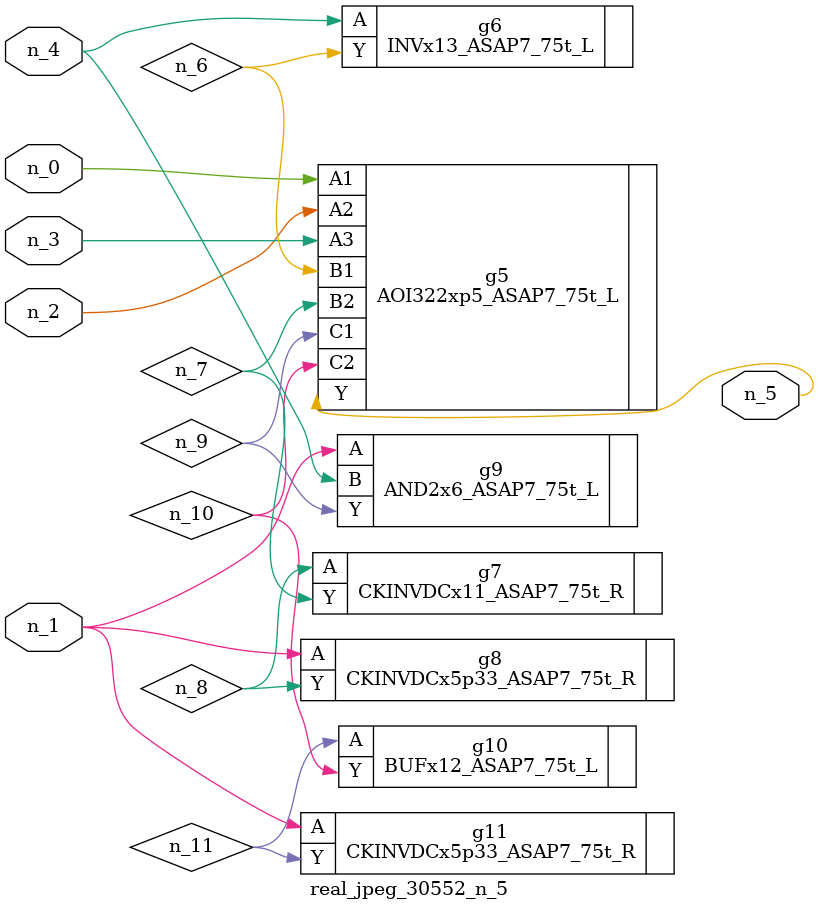
<source format=v>
module real_jpeg_30552_n_5 (n_4, n_0, n_1, n_2, n_3, n_5);

input n_4;
input n_0;
input n_1;
input n_2;
input n_3;

output n_5;

wire n_8;
wire n_11;
wire n_6;
wire n_7;
wire n_10;
wire n_9;

AOI322xp5_ASAP7_75t_L g5 ( 
.A1(n_0),
.A2(n_2),
.A3(n_3),
.B1(n_6),
.B2(n_7),
.C1(n_9),
.C2(n_10),
.Y(n_5)
);

CKINVDCx5p33_ASAP7_75t_R g8 ( 
.A(n_1),
.Y(n_8)
);

AND2x6_ASAP7_75t_L g9 ( 
.A(n_1),
.B(n_4),
.Y(n_9)
);

CKINVDCx5p33_ASAP7_75t_R g11 ( 
.A(n_1),
.Y(n_11)
);

INVx13_ASAP7_75t_L g6 ( 
.A(n_4),
.Y(n_6)
);

CKINVDCx11_ASAP7_75t_R g7 ( 
.A(n_8),
.Y(n_7)
);

BUFx12_ASAP7_75t_L g10 ( 
.A(n_11),
.Y(n_10)
);


endmodule
</source>
